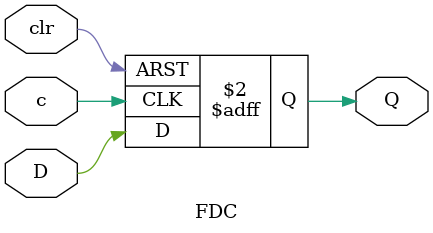
<source format=sv>
/*
 * Filename: /Users/DanielTong/Library/Mobile Documents/com~apple~CloudDocs/Study/CPEN311/CPEN311_Lab_Assignment/Assignment_Test_Code/Assignment3_code/trap_edge.sv
 * Path: /Users/DanielTong/Library/Mobile Documents/com~apple~CloudDocs/Study/CPEN311/CPEN311_Lab_Assignment/Assignment_Test_Code/Assignment3_code
 * Created Date: Monday, February 25th 2019, 7:01:20 pm
 * Author: DanielTong
 * 
 * trap_edge module: detailed description can be founded on github issue
 * Basics: async_sig and outclk are two periodic signal, but in different frequency
 * The Sychronizer will detect the async_sig rising edge and rise the output
 */

module trap_edge(async_sig, outclk, reset, out_sync_sig);
    input async_sig;
    input outclk;
    input reset;
    output out_sync_sig;

    wire FDC_TOP_1_OUT;

    FDC FDC_TOP_1( .D(1'b1),
                    .Q(FDC_TOP_1_OUT),
                    .c(async_sig),
                    .clr(reset));

    FDC FDC_TOP_2( .D(FDC_TOP_1_OUT),
                .Q(out_sync_sig),
                .c(outclk),
                .clr(reset));
endmodule


module FDC(D, Q, c, clr);
    input c;
    input D;
    input clr;
    output reg Q;

    always @(posedge c or posedge clr) begin
        if (clr) begin
            Q <= 0;
        end
        else begin
            Q <= D; 
		  end
    end
endmodule
</source>
